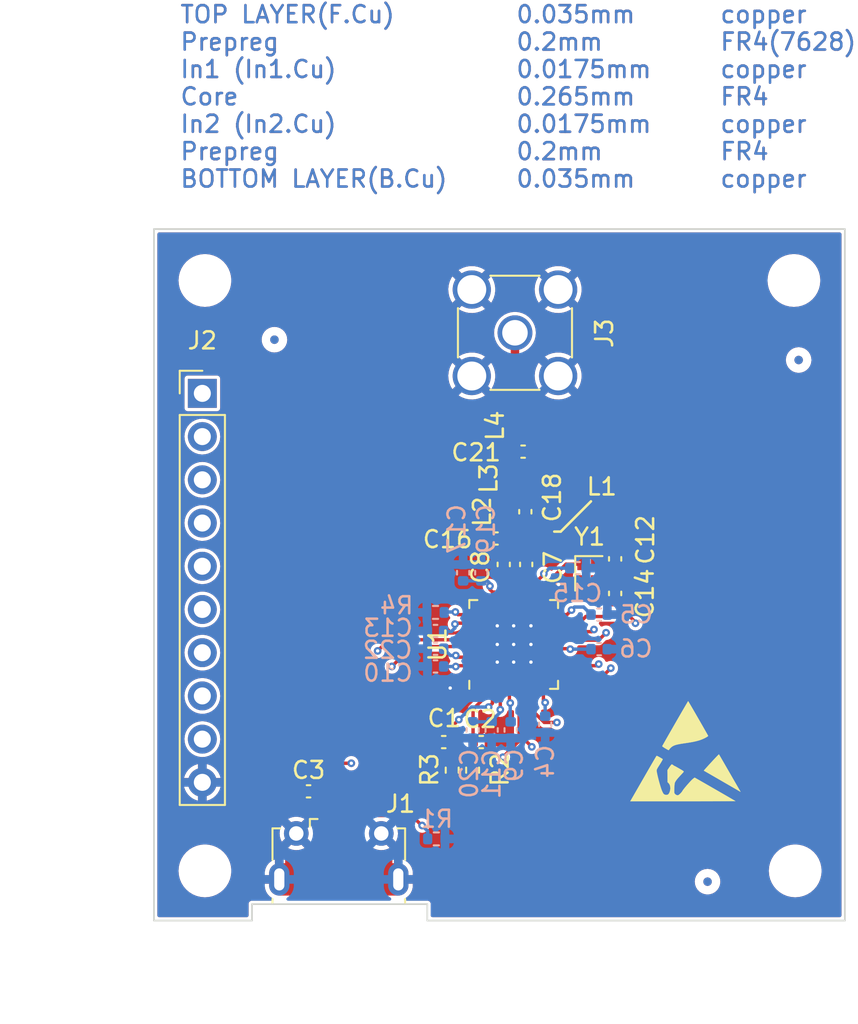
<source format=kicad_pcb>
(kicad_pcb (version 20211014) (generator pcbnew)
  (layers (0 "F.Cu" signal) (1 "In1.Cu" signal) (2 "In2.Cu" signal) (31 "B.Cu" signal) (34 "B.Paste" user) (35 "F.Paste" user) (36 "B.SilkS" user "B.Silkscreen") (37 "F.SilkS" user "F.Silkscreen") (38 "B.Mask" user) (39 "F.Mask" user) (44 "Edge.Cuts" user))
  (net 0 "")
  (net 1 "Net-(C1-Pad1)")
  (net 2 "GND")
  (net 3 "Net-(C2-Pad1)")
  (net 4 "Net-(C3-Pad1)")
  (net 5 "+3V3")
  (net 6 "Net-(C7-Pad1)")
  (net 7 "Net-(C18-Pad1)")
  (net 8 "Net-(C8-Pad1)")
  (net 9 "Net-(C16-Pad1)")
  (net 10 "Net-(C10-Pad1)")
  (net 11 "Net-(C12-Pad1)")
  (net 12 "Net-(C14-Pad1)")
  (net 13 "Net-(C18-Pad2)")
  (net 14 "Net-(C21-Pad1)")
  (net 15 "Net-(J1-Pad2)")
  (net 16 "Net-(J1-Pad3)")
  (net 17 "Net-(J1-Pad4)")
  (net 18 "Net-(J2-Pad1)")
  (net 19 "Net-(J2-Pad2)")
  (net 20 "Net-(J2-Pad3)")
  (net 21 "Net-(J2-Pad4)")
  (net 22 "Net-(J2-Pad5)")
  (net 23 "Net-(J2-Pad6)")
  (net 24 "Net-(J2-Pad7)")
  (net 25 "Net-(J2-Pad8)")
  (net 26 "Net-(J2-Pad9)")
  (net 27 "Net-(J3-Pad1)")
  (net 28 "Net-(R4-Pad1)")
  (footprint "Capacitor_SMD:C_0402_1005Metric" (layer "F.Cu") (at 58.9797 157.4908 90)
    (fp_text reference "C7" (at -0.1778 1.5748 90) (layer "F.SilkS"))
    (fp_text value "18pF")
    (pad "1" smd roundrect locked (at -0.48 0 90) (size 0.56 0.62) (layers "F.Cu" "F.Paste" "F.Mask") (net 6 "Net-(C7-Pad1)"))
    (pad "2" smd roundrect locked (at 0.48 0 90) (size 0.56 0.62) (layers "F.Cu" "F.Paste" "F.Mask") (net 7 "Net-(C18-Pad1)"))
  )
  (footprint "Capacitor_SMD:C_0402_1005Metric" (layer "F.Cu") (at 58.9289 154.392 90)
    (fp_text reference "C18" (at 0.8382 1.5748 90) (layer "F.SilkS"))
    (fp_text value "1pF")
    (pad "1" smd roundrect locked (at -0.48 0 90) (size 0.56 0.62) (layers "F.Cu" "F.Paste" "F.Mask") (net 7 "Net-(C18-Pad1)"))
    (pad "2" smd roundrect locked (at 0.48 0 90) (size 0.56 0.62) (layers "F.Cu" "F.Paste" "F.Mask") (net 13 "Net-(C18-Pad2)"))
  )
  (footprint "MountingHole:MountingHole_2.7mm_M2.5_DIN965" (layer "F.Cu") (at 74.7277 140.803)
    (fp_text reference "H3" hide)
    (fp_text value "MountingHole" hide)
    (pad "" np_thru_hole circle locked (at 0 0) (size 2.7 2.7) (drill 2.7) (layers *.Cu *.Mask))
  )
  (footprint "Capacitor_SMD:C_0402_1005Metric" (layer "F.Cu") (at 46.1781 170.8258 180)
    (fp_text reference "C3" (at 0 1.2446) (layer "F.SilkS"))
    (fp_text value "1uF")
    (pad "1" smd roundrect locked (at -0.48 0 180) (size 0.56 0.62) (layers "F.Cu" "F.Paste" "F.Mask") (net 4 "Net-(C3-Pad1)"))
    (pad "2" smd roundrect locked (at 0.48 0 180) (size 0.56 0.62) (layers "F.Cu" "F.Paste" "F.Mask") (net 2 "GND"))
  )
  (footprint "Capacitor_SMD:C_0402_1005Metric" (layer "F.Cu") (at 57.2017 155.9668 180)
    (fp_text reference "C16" (at 2.8448 -0.0508) (layer "F.SilkS"))
    (fp_text value "1pF")
    (pad "1" smd roundrect locked (at -0.48 0 180) (size 0.56 0.62) (layers "F.Cu" "F.Paste" "F.Mask") (net 9 "Net-(C16-Pad1)"))
    (pad "2" smd roundrect locked (at 0.48 0 180) (size 0.56 0.62) (layers "F.Cu" "F.Paste" "F.Mask") (net 2 "GND"))
  )
  (footprint "Capacitor_SMD:C_0402_1005Metric" (layer "F.Cu") (at 54.1283 167.9302 180)
    (fp_text reference "C1" (at -0.0254 1.397) (layer "F.SilkS"))
    (fp_text value "47pF")
    (pad "1" smd roundrect locked (at -0.48 0 180) (size 0.56 0.62) (layers "F.Cu" "F.Paste" "F.Mask") (net 1 "Net-(C1-Pad1)"))
    (pad "2" smd roundrect locked (at 0.48 0 180) (size 0.56 0.62) (layers "F.Cu" "F.Paste" "F.Mask") (net 2 "GND"))
  )
  (footprint "Resistor_SMD:R_0402_1005Metric" (layer "F.Cu") (at 54.6269 169.5812 90)
    (fp_text reference "R3" (at 0.0254 -1.3368 90) (layer "F.SilkS"))
    (fp_text value "33R")
    (pad "1" smd roundrect locked (at -0.51 0 90) (size 0.54 0.64) (layers "F.Cu" "F.Paste" "F.Mask") (net 15 "Net-(J1-Pad2)"))
    (pad "2" smd roundrect locked (at 0.51 0 90) (size 0.54 0.64) (layers "F.Cu" "F.Paste" "F.Mask") (net 1 "Net-(C1-Pad1)"))
  )
  (footprint "Resistor_SMD:R_0402_1005Metric" (layer "F.Cu") (at 55.8275 169.5812 90)
    (fp_text reference "R2" (at 0.0254 1.6028 90) (layer "F.SilkS"))
    (fp_text value "33R")
    (pad "1" smd roundrect locked (at -0.51 0 90) (size 0.54 0.64) (layers "F.Cu" "F.Paste" "F.Mask") (net 16 "Net-(J1-Pad3)"))
    (pad "2" smd roundrect locked (at 0.51 0 90) (size 0.54 0.64) (layers "F.Cu" "F.Paste" "F.Mask") (net 3 "Net-(C2-Pad1)"))
  )
  (footprint "Inductor_SMD:L_0402_1005Metric" (layer "F.Cu") (at 58.3193 152.3854 90)
    (fp_text reference "L3" (at -0.0508 -1.5494 90) (layer "F.SilkS"))
    (fp_text value "1nH")
    (pad "1" smd roundrect locked (at -0.485 0 90) (size 0.59 0.64) (layers "F.Cu" "F.Paste" "F.Mask") (net 13 "Net-(C18-Pad2)"))
    (pad "2" smd roundrect locked (at 0.485 0 90) (size 0.59 0.64) (layers "F.Cu" "F.Paste" "F.Mask") (net 14 "Net-(C21-Pad1)"))
  )
  (footprint "Fiducial:Fiducial_0.5mm_Mask1.5mm" (layer "F.Cu") (at 75.0071 145.4766)
    (fp_text reference "FID1" hide)
    (fp_text value "Fiducial" hide)
    (pad "" smd circle locked (at 0 0) (size 0.5 0.5) (layers "F.Cu" "F.Mask") (clearance 0.5))
  )
  (footprint "Package_DFN_QFN:QFN-32-1EP_5x5mm_P0.5mm_EP3.45x3.45mm" (layer "F.Cu") (at 58.2431 162.1924 90)
    (fp_text reference "U1" (at 0.0026 -4.4704 90) (layer "F.SilkS"))
    (fp_text value "CC2544")
    (pad "1" smd roundrect locked (at -2.4375 -1.75 90) (size 0.875 0.25) (layers "F.Cu" "F.Paste" "F.Mask") (net 3 "Net-(C2-Pad1)"))
    (pad "2" smd roundrect locked (at -2.4375 -1.25 90) (size 0.875 0.25) (layers "F.Cu" "F.Paste" "F.Mask") (net 1 "Net-(C1-Pad1)"))
    (pad "3" smd roundrect locked (at -2.4375 -0.75 90) (size 0.875 0.25) (layers "F.Cu" "F.Paste" "F.Mask") (net 5 "+3V3"))
    (pad "4" smd roundrect locked (at -2.4375 -0.25 90) (size 0.875 0.25) (layers "F.Cu" "F.Paste" "F.Mask") (net 5 "+3V3"))
    (pad "5" smd roundrect locked (at -2.4375 0.25 90) (size 0.875 0.25) (layers "F.Cu" "F.Paste" "F.Mask") (net 4 "Net-(C3-Pad1)"))
    (pad "6" smd roundrect locked (at -2.4375 0.75 90) (size 0.875 0.25) (layers "F.Cu" "F.Paste" "F.Mask") (net 22 "Net-(J2-Pad5)"))
    (pad "7" smd roundrect locked (at -2.4375 1.25 90) (size 0.875 0.25) (layers "F.Cu" "F.Paste" "F.Mask") (net 23 "Net-(J2-Pad6)"))
    (pad "8" smd roundrect locked (at -2.4375 1.75 90) (size 0.875 0.25) (layers "F.Cu" "F.Paste" "F.Mask") (net 5 "+3V3"))
    (pad "9" smd roundrect locked (at -1.75 2.4375 90) (size 0.25 0.875) (layers "F.Cu" "F.Paste" "F.Mask") (net 18 "Net-(J2-Pad1)"))
    (pad "10" smd roundrect locked (at -1.25 2.4375 90) (size 0.25 0.875) (layers "F.Cu" "F.Paste" "F.Mask") (net 19 "Net-(J2-Pad2)"))
    (pad "11" smd roundrect locked (at -0.75 2.4375 90) (size 0.25 0.875) (layers "F.Cu" "F.Paste" "F.Mask") (net 2 "GND"))
    (pad "12" smd roundrect locked (at -0.25 2.4375 90) (size 0.25 0.875) (layers "F.Cu" "F.Paste" "F.Mask") (net 5 "+3V3"))
    (pad "13" smd roundrect locked (at 0.25 2.4375 90) (size 0.25 0.875) (layers "F.Cu" "F.Paste" "F.Mask") (net 20 "Net-(J2-Pad3)"))
    (pad "14" smd roundrect locked (at 0.75 2.4375 90) (size 0.25 0.875) (layers "F.Cu" "F.Paste" "F.Mask") (net 21 "Net-(J2-Pad4)"))
    (pad "15" smd roundrect locked (at 1.25 2.4375 90) (size 0.25 0.875) (layers "F.Cu" "F.Paste" "F.Mask") (net 26 "Net-(J2-Pad9)"))
    (pad "16" smd roundrect locked (at 1.75 2.4375 90) (size 0.25 0.875) (layers "F.Cu" "F.Paste" "F.Mask") (net 5 "+3V3"))
    (pad "17" smd roundrect locked (at 2.4375 1.75 90) (size 0.875 0.25) (layers "F.Cu" "F.Paste" "F.Mask") (net 12 "Net-(C14-Pad1)"))
    (pad "18" smd roundrect locked (at 2.4375 1.25 90) (size 0.875 0.25) (layers "F.Cu" "F.Paste" "F.Mask") (net 11 "Net-(C12-Pad1)"))
    (pad "19" smd roundrect locked (at 2.4375 0.75 90) (size 0.875 0.25) (layers "F.Cu" "F.Paste" "F.Mask") (net 5 "+3V3"))
    (pad "20" smd roundrect locked (at 2.4375 0.25 90) (size 0.875 0.25) (layers "F.Cu" "F.Paste" "F.Mask") (net 6 "Net-(C7-Pad1)"))
    (pad "21" smd roundrect locked (at 2.4375 -0.25 90) (size 0.875 0.25) (layers "F.Cu" "F.Paste" "F.Mask") (net 8 "Net-(C8-Pad1)"))
    (pad "22" smd roundrect locked (at 2.4375 -0.75 90) (size 0.875 0.25) (layers "F.Cu" "F.Paste" "F.Mask") (net 5 "+3V3"))
    (pad "23" smd roundrect locked (at 2.4375 -1.25 90) (size 0.875 0.25) (layers "F.Cu" "F.Paste" "F.Mask") (net 5 "+3V3"))
    (pad "24" smd roundrect locked (at 2.4375 -1.75 90) (size 0.875 0.25) (layers "F.Cu" "F.Paste" "F.Mask") (net 5 "+3V3"))
    (pad "25" smd roundrect locked (at 1.75 -2.4375 90) (size 0.25 0.875) (layers "F.Cu" "F.Paste" "F.Mask") (net 28 "Net-(R4-Pad1)"))
    (pad "26" smd roundrect locked (at 1.25 -2.4375 90) (size 0.25 0.875) (layers "F.Cu" "F.Paste" "F.Mask") (net 5 "+3V3"))
    (pad "27" smd roundrect locked (at 0.75 -2.4375 90) (size 0.25 0.875) (layers "F.Cu" "F.Paste" "F.Mask") (net 2 "GND"))
    (pad "28" smd roundrect locked (at 0.25 -2.4375 90) (size 0.25 0.875) (layers "F.Cu" "F.Paste" "F.Mask") (net 24 "Net-(J2-Pad7)"))
    (pad "29" smd roundrect locked (at -0.25 -2.4375 90) (size 0.25 0.875) (layers "F.Cu" "F.Paste" "F.Mask") (net 25 "Net-(J2-Pad8)"))
    (pad "30" smd roundrect locked (at -0.75 -2.4375 90) (size 0.25 0.875) (layers "F.Cu" "F.Paste" "F.Mask") (net 5 "+3V3"))
    (pad "31" smd roundrect locked (at -1.25 -2.4375 90) (size 0.25 0.875) (layers "F.Cu" "F.Paste" "F.Mask") (net 10 "Net-(C10-Pad1)"))
    (pad "32" smd roundrect locked (at -1.75 -2.4375 90) (size 0.25 0.875) (layers "F.Cu" "F.Paste" "F.Mask") (net 2 "GND"))
    (pad "33" smd rect locked (at 0 0 90) (size 3.45 3.45) (layers "F.Cu" "F.Mask") (net 2 "GND"))
  )
  (footprint "MountingHole:MountingHole_2.7mm_M2.5_DIN965" (layer "F.Cu") (at 40.0821 175.4994)
    (fp_text reference "H2" hide)
    (fp_text value "MountingHole" hide)
    (pad "" np_thru_hole circle locked (at 0 0) (size 2.7 2.7) (drill 2.7) (layers *.Cu *.Mask))
  )
  (footprint "Fiducial:Fiducial_0.5mm_Mask1.5mm" (layer "F.Cu") (at 44.1715 144.2828)
    (fp_text reference "FID2" hide)
    (fp_text value "Fiducial" hide)
    (pad "" smd circle locked (at 0 0) (size 0.5 0.5) (layers "F.Cu" "F.Mask") (clearance 0.5))
  )
  (footprint "Fiducial:Fiducial_0.5mm_Mask1.5mm" (layer "F.Cu") (at 69.6477 176.1344)
    (fp_text reference "FID3" hide)
    (fp_text value "Fiducial" hide)
    (pad "" smd circle locked (at 0 0) (size 0.5 0.5) (layers "F.Cu" "F.Mask") (clearance 0.5))
  )
  (footprint "Capacitor_SMD:C_0402_1005Metric" (layer "F.Cu") (at 64.2121 159.1952 90)
    (fp_text reference "C14" (at 0.0026 1.7526 90) (layer "F.SilkS"))
    (fp_text value "12pF")
    (pad "1" smd roundrect locked (at -0.48 0 90) (size 0.56 0.62) (layers "F.Cu" "F.Paste" "F.Mask") (net 12 "Net-(C14-Pad1)"))
    (pad "2" smd roundrect locked (at 0.48 0 90) (size 0.56 0.62) (layers "F.Cu" "F.Paste" "F.Mask") (net 2 "GND"))
  )
  (footprint "Connector_USB:USB_Micro-B_Molex-105017-0001" (layer "F.Cu") (at 47.9561 174.7628)
    (fp_text reference "J1" (at 3.6322 -3.2004) (layer "F.SilkS"))
    (fp_text value "USB_B_Mini")
    (pad "1" smd rect locked (at -1.3 -1.4625) (size 0.4 1.35) (layers "F.Cu" "F.Paste" "F.Mask") (net 4 "Net-(C3-Pad1)"))
    (pad "2" smd rect locked (at -0.65 -1.4625) (size 0.4 1.35) (layers "F.Cu" "F.Paste" "F.Mask") (net 15 "Net-(J1-Pad2)"))
    (pad "3" smd rect locked (at 0 -1.4625) (size 0.4 1.35) (layers "F.Cu" "F.Paste" "F.Mask") (net 16 "Net-(J1-Pad3)"))
    (pad "4" smd rect locked (at 0.65 -1.4625) (size 0.4 1.35) (layers "F.Cu" "F.Paste" "F.Mask") (net 17 "Net-(J1-Pad4)"))
    (pad "5" smd rect locked (at 1.3 -1.4625) (size 0.4 1.35) (layers "F.Cu" "F.Paste" "F.Mask") (net 2 "GND"))
    (pad "6" thru_hole circle locked (at 2.5 -1.4625) (size 1.45 1.45) (drill 0.85) (layers *.Cu *.Mask) (net 2 "GND"))
    (pad "6" smd rect locked (at -1 1.2375) (size 1.5 1.9) (layers "F.Cu" "F.Paste" "F.Mask") (net 2 "GND"))
    (pad "6" smd rect locked (at -2.9 1.2375) (size 1.2 1.9) (layers "F.Cu" "F.Mask") (net 2 "GND"))
    (pad "6" smd rect locked (at 2.9 1.2375) (size 1.2 1.9) (layers "F.Cu" "F.Mask") (net 2 "GND"))
    (pad "6" smd rect locked (at 1 1.2375) (size 1.5 1.9) (layers "F.Cu" "F.Paste" "F.Mask") (net 2 "GND"))
    (pad "6" thru_hole oval locked (at 3.5 1.2375) (size 1.2 1.9) (drill oval 0.6 1.3) (layers *.Cu *.Mask) (net 2 "GND"))
    (pad "6" thru_hole oval locked (at -3.5 1.2375 180) (size 1.2 1.9) (drill oval 0.6 1.3) (layers *.Cu *.Mask) (net 2 "GND"))
    (pad "6" thru_hole circle locked (at -2.5 -1.4625) (size 1.45 1.45) (drill 0.85) (layers *.Cu *.Mask) (net 2 "GND"))
  )
  (footprint "Capacitor_SMD:C_0402_1005Metric" (layer "F.Cu") (at 64.2121 157.1632 -90)
    (fp_text reference "C12" (at -1.1202 -1.778 90) (layer "F.SilkS"))
    (fp_text value "12pF")
    (pad "1" smd roundrect locked (at -0.48 0 270) (size 0.56 0.62) (layers "F.Cu" "F.Paste" "F.Mask") (net 11 "Net-(C12-Pad1)"))
    (pad "2" smd roundrect locked (at 0.48 0 270) (size 0.56 0.62) (layers "F.Cu" "F.Paste" "F.Mask") (net 2 "GND"))
  )
  (footprint "Capacitor_SMD:C_0402_1005Metric" (layer "F.Cu") (at 56.3355 167.9302)
    (fp_text reference "C2" (at -0.0736 -1.3462) (layer "F.SilkS"))
    (fp_text value "47pF")
    (pad "1" smd roundrect locked (at -0.48 0) (size 0.56 0.62) (layers "F.Cu" "F.Paste" "F.Mask") (net 3 "Net-(C2-Pad1)"))
    (pad "2" smd roundrect locked (at 0.48 0) (size 0.56 0.62) (layers "F.Cu" "F.Paste" "F.Mask") (net 2 "GND"))
  )
  (footprint "Inductor_SMD:L_0402_1005Metric" (layer "F.Cu") (at 58.3193 149.3374 90)
    (fp_text reference "L4" (at 0 -1.17 90) (layer "F.SilkS"))
    (fp_text value "3nH")
    (pad "1" smd roundrect locked (at -0.485 0 90) (size 0.59 0.64) (layers "F.Cu" "F.Paste" "F.Mask") (net 14 "Net-(C21-Pad1)"))
    (pad "2" smd roundrect locked (at 0.485 0 90) (size 0.59 0.64) (layers "F.Cu" "F.Paste" "F.Mask") (net 27 "Net-(J3-Pad1)"))
  )
  (footprint "MountingHole:MountingHole_2.7mm_M2.5_DIN965" (layer "F.Cu") (at 74.8039 175.4994)
    (fp_text reference "H1" hide)
    (fp_text value "MountingHole" hide)
    (pad "" np_thru_hole circle locked (at 0 0) (size 2.7 2.7) (drill 2.7) (layers *.Cu *.Mask))
  )
  (footprint "Crystal:Crystal_SMD_1612-4Pin_1.6x1.2mm" (layer "F.Cu") (at 62.6881 157.976 -90)
    (fp_text reference "Y1" (at -2.1108 -0.0254 unlocked) (layer "F.SilkS"))
    (fp_text value "32.000MHz")
    (pad "1" smd rect (at -0.5 0.4 270) (size 0.7 0.6) (layers "F.Cu" "F.Paste" "F.Mask") (net 11 "Net-(C12-Pad1)"))
    (pad "2" smd rect (at 0.5 0.4 270) (size 0.7 0.6) (layers "F.Cu" "F.Paste" "F.Mask") (net 2 "GND"))
    (pad "3" smd rect (at 0.5 -0.4 270) (size 0.7 0.6) (layers "F.Cu" "F.Paste" "F.Mask") (net 12 "Net-(C14-Pad1)"))
    (pad "4" smd rect (at -0.5 -0.4 270) (size 0.7 0.6) (layers "F.Cu" "F.Paste" "F.Mask") (net 2 "GND"))
  )
  (footprint "Connector_PinHeader_2.54mm:PinHeader_1x10_P2.54mm_Vertical" (layer "F.Cu") (at 39.9297 147.4374)
    (fp_text reference "J2" (at 0 -3.1038) (layer "F.SilkS"))
    (fp_text value "Conn_01x10_Male")
    (pad "1" thru_hole rect locked (at 0 0) (size 1.7 1.7) (drill 1) (layers *.Cu *.Mask) (net 18 "Net-(J2-Pad1)"))
    (pad "2" thru_hole oval locked (at 0 2.54) (size 1.7 1.7) (drill 1) (layers *.Cu *.Mask) (net 19 "Net-(J2-Pad2)"))
    (pad "3" thru_hole oval locked (at 0 5.08) (size 1.7 1.7) (drill 1) (layers *.Cu *.Mask) (net 20 "Net-(J2-Pad3)"))
    (pad "4" thru_hole oval locked (at 0 7.62) (size 1.7 1.7) (drill 1) (layers *.Cu *.Mask) (net 21 "Net-(J2-Pad4)"))
    (pad "5" thru_hole oval locked (at 0 10.16) (size 1.7 1.7) (drill 1) (layers *.Cu *.Mask) (net 22 "Net-(J2-Pad5)"))
    (pad "6" thru_hole oval locked (at 0 12.7) (size 1.7 1.7) (drill 1) (layers *.Cu *.Mask) (net 23 "Net-(J2-Pad6)"))
    (pad "7" thru_hole oval locked (at 0 15.24) (size 1.7 1.7) (drill 1) (layers *.Cu *.Mask) (net 24 "Net-(J2-Pad7)"))
    (pad "8" thru_hole oval locked (at 0 17.78) (size 1.7 1.7) (drill 1) (layers *.Cu *.Mask) (net 25 "Net-(J2-Pad8)"))
    (pad "9" thru_hole oval locked (at 0 20.32) (size 1.7 1.7) (drill 1) (layers *.Cu *.Mask) (net 26 "Net-(J2-Pad9)"))
    (pad "10" thru_hole oval locked (at 0 22.86) (size 1.7 1.7) (drill 1) (layers *.Cu *.Mask) (net 2 "GND"))
  )
  (footprint "MountingHole:MountingHole_2.7mm_M2.5_DIN965" (layer "F.Cu") (at 40.0821 140.803)
    (fp_text reference "H4" hide)
    (fp_text value "MountingHole" hide)
    (pad "" np_thru_hole circle locked (at 0 0) (size 2.7 2.7) (drill 2.7) (layers *.Cu *.Mask))
  )
  (footprint "Connector_Coaxial:SMA_Amphenol_132134-11_Vertical" (layer "F.Cu") (at 58.3193 143.8764)
    (fp_text reference "J3" (at 5.2578 0.0254 270) (layer "F.SilkS"))
    (fp_text value "Atenna")
    (pad "1" thru_hole circle locked (at 0 0) (size 2.05 2.05) (drill 1.5) (layers *.Cu *.Mask) (net 27 "Net-(J3-Pad1)"))
    (pad "2" thru_hole circle locked (at -2.54 2.54) (size 2.25 2.25) (drill 1.7) (layers *.Cu *.Mask) (net 2 "GND"))
    (pad "2" thru_hole circle locked (at 2.54 2.54) (size 2.25 2.25) (drill 1.7) (layers *.Cu *.Mask) (net 2 "GND"))
    (pad "2" thru_hole circle locked (at -2.54 -2.54) (size 2.25 2.25) (drill 1.7) (layers *.Cu *.Mask) (net 2 "GND"))
    (pad "2" thru_hole circle locked (at 2.54 -2.54) (size 2.25 2.25) (drill 1.7) (layers *.Cu *.Mask) (net 2 "GND"))
  )
  (footprint "Inductor_SMD:L_0402_1005Metric" (layer "F.Cu") (at 57.7097 154.392 90)
    (fp_text reference "L2" (at 0 -1.3208 90) (layer "F.SilkS"))
    (fp_text value "2nH")
    (pad "1" smd roundrect locked (at -0.485 0 90) (size 0.59 0.64) (layers "F.Cu" "F.Paste" "F.Mask") (net 9 "Net-(C16-Pad1)"))
    (pad "2" smd roundrect locked (at 0.485 0 90) (size 0.59 0.64) (layers "F.Cu" "F.Paste" "F.Mask") (net 13 "Net-(C18-Pad2)"))
  )
  (footprint "Capacitor_SMD:C_0402_1005Metric" (layer "F.Cu") (at 58.7993 150.8614)
    (fp_text reference "C21" (at -2.766 0.0508) (layer "F.SilkS"))
    (fp_text value "1pF")
    (pad "1" smd roundrect locked (at -0.48 0) (size 0.56 0.62) (layers "F.Cu" "F.Paste" "F.Mask") (net 14 "Net-(C21-Pad1)"))
    (pad "2" smd roundrect locked (at 0.48 0) (size 0.56 0.62) (layers "F.Cu" "F.Paste" "F.Mask") (net 2 "GND"))
  )
  (footprint "Inductor_SMD:L_0402_1005Metric" (layer "F.Cu") (at 59.4369 155.9668)
    (fp_text reference "L1" (at 3.9878 -3.048) (layer "F.SilkS"))
    (fp_text value "2nH")
    (pad "1" smd roundrect locked (at -0.485 0) (size 0.59 0.64) (layers "F.Cu" "F.Paste" "F.Mask") (net 7 "Net-(C18-Pad1)"))
    (pad "2" smd roundrect locked (at 0.485 0) (size 0.59 0.64) (layers "F.Cu" "F.Paste" "F.Mask") (net 2 "GND"))
  )
  (footprint "Capacitor_SMD:C_0402_1005Metric" (layer "F.Cu") (at 57.6589 157.4908 90)
    (fp_text reference "C8" (at -0.1524 -1.3716 90) (layer "F.SilkS"))
    (fp_text value "18pF")
    (pad "1" smd roundrect locked (at -0.48 0 90) (size 0.56 0.62) (layers "F.Cu" "F.Paste" "F.Mask") (net 8 "Net-(C8-Pad1)"))
    (pad "2" smd roundrect locked (at 0.48 0 90) (size 0.56 0.62) (layers "F.Cu" "F.Paste" "F.Mask") (net 9 "Net-(C16-Pad1)"))
  )
  (footprint "Symbol:ESD-Logo_6.6x6mm_SilkScreen" (layer "F.Cu") (at 68.3514 168.4528)
    (fp_text reference "REF**" hide)
    (fp_text value "ESD-Logo_6.6x6mm_SilkScreen" hide)
  )
  (footprint "Fiducial:Fiducial_0.5mm_Mask1.5mm" (layer "B.Cu") (at 69.6477 176.1344 180)
    (fp_text reference "FID6" hide)
    (fp_text value "Fiducial" hide)
    (pad "" smd circle locked (at 0 0 180) (size 0.5 0.5) (layers "B.Cu" "B.Mask") (clearance 0.5))
  )
  (footprint "Capacitor_SMD:C_0402_1005Metric" (layer "B.Cu") (at 60.0964 166.8888 -90)
    (fp_text reference "C4" (at 2.1844 0 90) (layer "B.SilkS") (effects (justify mirror)))
    (fp_text value "100nF")
    (pad "1" smd roundrect locked (at -0.48 0 270) (size 0.56 0.62) (layers "B.Cu" "B.Paste" "B.Mask") (net 5 "+3V3"))
    (pad "2" smd roundrect locked (at 0.48 0 270) (size 0.56 0.62) (layers "B.Cu" "B.Paste" "B.Mask") (net 2 "GND"))
  )
  (footprint "Capacitor_SMD:C_0402_1005Metric" (layer "B.Cu") (at 55.8301 167.219 -90)
    (fp_text reference "C20" (at 2.5654 0.2032 90) (layer "B.SilkS") (effects (justify mirror)))
    (fp_text value "100nF")
    (pad "1" smd roundrect locked (at -0.48 0 270) (size 0.56 0.62) (layers "B.Cu" "B.Paste" "B.Mask") (net 5 "+3V3"))
    (pad "2" smd roundrect locked (at 0.48 0 270) (size 0.56 0.62) (layers "B.Cu" "B.Paste" "B.Mask") (net 2 "GND"))
  )
  (footprint "Capacitor_SMD:C_0402_1005Metric" (layer "B.Cu") (at 63.2723 162.4692)
    (fp_text reference "C6" (at 2.159 -0.0254) (layer "B.SilkS") (effects (justify mirror)))
    (fp_text value "100nF")
    (pad "1" smd roundrect locked (at -0.48 0) (size 0.56 0.62) (layers "B.Cu" "B.Paste" "B.Mask") (net 5 "+3V3"))
    (pad "2" smd roundrect locked (at 0.48 0) (size 0.56 0.62) (layers "B.Cu" "B.Paste" "B.Mask") (net 2 "GND"))
  )
  (footprint "Fiducial:Fiducial_0.5mm_Mask1.5mm" (layer "B.Cu") (at 75.0071 145.4766 180)
    (fp_text reference "FID4" hide)
    (fp_text value "Fiducial" hide)
    (pad "" smd circle locked (at 0 0 180) (size 0.5 0.5) (layers "B.Cu" "B.Mask") (clearance 0.5))
  )
  (footprint "Capacitor_SMD:C_0402_1005Metric" (layer "B.Cu") (at 63.2723 160.4372)
    (fp_text reference "C5" (at 2.1844 0) (layer "B.SilkS") (effects (justify mirror)))
    (fp_text value "100nF")
    (pad "1" smd roundrect locked (at -0.48 0) (size 0.56 0.62) (layers "B.Cu" "B.Paste" "B.Mask") (net 5 "+3V3"))
    (pad "2" smd roundrect locked (at 0.48 0) (size 0.56 0.62) (layers "B.Cu" "B.Paste" "B.Mask") (net 2 "GND"))
  )
  (footprint "Resistor_SMD:R_0402_1005Metric" (layer "B.Cu") (at 53.6945 173.6198 180)
    (fp_text reference "R1" (at 0 1.17) (layer "B.SilkS") (effects (justify mirror)))
    (fp_text value "DNP")
    (pad "1" smd roundrect locked (at -0.51 0 180) (size 0.54 0.64) (layers "B.Cu" "B.Paste" "B.Mask") (net 2 "GND"))
    (pad "2" smd roundrect locked (at 0.51 0 180) (size 0.54 0.64) (layers "B.Cu" "B.Paste" "B.Mask") (net 17 "Net-(J1-Pad4)"))
  )
  (footprint "Capacitor_SMD:C_0402_1005Metric" (layer "B.Cu") (at 62.0268 157.7086)
    (fp_text reference "C15" (at -0.0254 1.4732) (layer "B.SilkS") (effects (justify mirror)))
    (fp_text value "100nF")
    (pad "1" smd roundrect locked (at -0.48 0) (size 0.56 0.62) (layers "B.Cu" "B.Paste" "B.Mask") (net 5 "+3V3"))
    (pad "2" smd roundrect locked (at 0.48 0) (size 0.56 0.62) (layers "B.Cu" "B.Paste" "B.Mask") (net 2 "GND"))
  )
  (footprint "Resistor_SMD:R_0402_1005Metric" (layer "B.Cu") (at 53.6457 160.3102 180)
    (fp_text reference "R4" (at 2.286 0.4064) (layer "B.SilkS") (effects (justify mirror)))
    (fp_text value "56K")
    (pad "1" smd roundrect locked (at -0.51 0 180) (size 0.54 0.64) (layers "B.Cu" "B.Paste" "B.Mask") (net 28 "Net-(R4-Pad1)"))
    (pad "2" smd roundrect locked (at 0.51 0 180) (size 0.54 0.64) (layers "B.Cu" "B.Paste" "B.Mask") (net 2 "GND"))
  )
  (footprint "Capacitor_SMD:C_0402_1005Metric" (layer "B.Cu") (at 53.6457 162.4438 180)
    (fp_text reference "C22" (at 2.8194 -0.0762) (layer "B.SilkS") (effects (justify mirror)))
    (fp_text value "220pF")
    (pad "1" smd roundrect locked (at -0.48 0 180) (size 0.56 0.62) (layers "B.Cu" "B.Paste" "B.Mask") (net 5 "+3V3"))
    (pad "2" smd roundrect locked (at 0.48 0 180) (size 0.56 0.62) (layers "B.Cu" "B.Paste" "B.Mask") (net 2 "GND"))
  )
  (footprint "Capacitor_SMD:C_0402_1005Metric" (layer "B.Cu") (at 56.9477 167.219 -90)
    (fp_text reference "C11" (at 2.5908 0 90) (layer "B.SilkS") (effects (justify mirror)))
    (fp_text value "100nF")
    (pad "1" smd roundrect locked (at -0.48 0 270) (size 0.56 0.62) (layers "B.Cu" "B.Paste" "B.Mask") (net 5 "+3V3"))
    (pad "2" smd roundrect locked (at 0.48 0 270) (size 0.56 0.62) (layers "B.Cu" "B.Paste" "B.Mask") (net 2 "GND"))
  )
  (footprint "Capacitor_SMD:C_0402_1005Metric" (layer "B.Cu") (at 55.2713 157.976 90)
    (fp_text reference "C17" (at 2.568 -0.381 90) (layer "B.SilkS") (effects (justify mirror)))
    (fp_text value "100nF")
    (pad "1" smd roundrect locked (at -0.48 0 90) (size 0.56 0.62) (layers "B.Cu" "B.Paste" "B.Mask") (net 5 "+3V3"))
    (pad "2" smd roundrect locked (at 0.48 0 90) (size 0.56 0.62) (layers "B.Cu" "B.Paste" "B.Mask") (net 2 "GND"))
  )
  (footprint "Capacitor_SMD:C_0402_1005Metric" (layer "B.Cu") (at 53.6457 161.4024 180)
    (fp_text reference "C13" (at 2.794 0.1778) (layer "B.SilkS") (effects (justify mirror)))
    (fp_text value "100nF")
    (pad "1" smd roundrect locked (at -0.48 0 180) (size 0.56 0.62) (layers "B.Cu" "B.Paste" "B.Mask") (net 5 "+3V3"))
    (pad "2" smd roundrect locked (at 0.48 0 180) (size 0.56 0.62) (layers "B.Cu" "B.Paste" "B.Mask") (net 2 "GND"))
  )
  (footprint "Capacitor_SMD:C_0402_1005Metric" (layer "B.Cu") (at 56.3381 157.976 90)
    (fp_text reference "C19" (at 2.568 0.2794 90) (layer "B.SilkS") (effects (justify mirror)))
    (fp_text value "100nF")
    (pad "1" smd roundrect locked (at -0.48 0 90) (size 0.56 0.62) (layers "B.Cu" "B.Paste" "B.Mask") (net 5 "+3V3"))
    (pad "2" smd roundrect locked (at 0.48 0 90) (size 0.56 0.62) (layers "B.Cu" "B.Paste" "B.Mask") (net 2 "GND"))
  )
  (footprint "Fiducial:Fiducial_0.5mm_Mask1.5mm" (layer "B.Cu") (at 44.1715 144.2828 180)
    (fp_text reference "FID5" hide)
    (fp_text value "Fiducial" hide)
    (pad "" smd circle locked (at 0 0 180) (size 0.5 0.5) (layers "B.Cu" "B.Mask") (clearance 0.5))
  )
  (footprint "Capacitor_SMD:C_0402_1005Metric" (layer "B.Cu") (at 53.6457 163.4852 180)
    (fp_text reference "C10" (at 2.794 -0.381) (layer "B.SilkS") (effects (justify mirror)))
    (fp_text value "1uF")
    (pad "1" smd roundrect locked (at -0.48 0 180) (size 0.56 0.62) (layers "B.Cu" "B.Paste" "B.Mask") (net 10 "Net-(C10-Pad1)"))
    (pad "2" smd roundrect locked (at 0.48 0 180) (size 0.56 0.62) (layers "B.Cu" "B.Paste" "B.Mask") (net 2 "GND"))
  )
  (footprint "Capacitor_SMD:C_0402_1005Metric" (layer "B.Cu") (at 58.0653 167.219 -90)
    (fp_text reference "C9" (at 2.0828 -0.2032 90) (layer "B.SilkS") (effects (justify mirror)))
    (fp_text value "1uF")
    (pad "1" smd roundrect locked (at -0.48 0 270) (size 0.56 0.62) (layers "B.Cu" "B.Paste" "B.Mask") (net 5 "+3V3"))
    (pad "2" smd roundrect locked (at 0.48 0 270) (size 0.56 0.62) (layers "B.Cu" "B.Paste" "B.Mask") (net 2 "GND"))
  )
  (gr_line (start 61.0117 155.5604) (end 60.6307 155.5604) (layer "F.SilkS") (width 0.15))
  (gr_line (start 62.7897 153.7824) (end 61.0117 155.5604) (layer "F.SilkS") (width 0.15))
  (gr_line (start 37.0849 137.7804) (end 37.0849 178.4204) (layer "Edge.Cuts") (width 0.1))
  (gr_line (start 42.8507 178.4204) (end 42.8507 177.4552) (layer "Edge.Cuts") (width 0.1))
  (gr_line (start 53.1631 177.4552) (end 42.8507 177.4552) (layer "Edge.Cuts") (width 0.1))
  (gr_line (start 53.1631 178.4204) (end 77.7249 178.4204) (layer "Edge.Cuts") (width 0.1))
  (gr_line (start 37.0849 178.4204) (end 42.8507 178.4204) (layer "Edge.Cuts") (width 0.1))
  (gr_line (start 53.1631 178.4204) (end 53.1631 177.4552) (layer "Edge.Cuts") (width 0.1))
  (gr_line (start 77.7249 178.4204) (end 77.7249 137.7804) (layer "Edge.Cuts") (width 0.1))
  (gr_line (start 77.7249 137.7804) (end 37.0849 137.7804) (layer "Edge.Cuts") (width 0.1))
  (gr_text "TOP LAYER(F.Cu)		0.035mm		copper\nPrepreg  			0.2mm		FR4(7628)\nIn1 (In1.Cu)		0.0175mm	copper\nCore				0.265mm		FR4\nIn2 (In2.Cu)		0.0175mm	copper\nPrepreg  			0.2mm		FR4\nBOTTOM LAYER(B.Cu)	0.035mm		copper" (at 38.5572 129.9972) (layer "F.Cu") (effects (font (size 1 1)) (justify left)))
  (gr_text "TOP LAYER(F.Cu)		0.035mm		copper\nPrepreg  			0.2mm		FR4(7628)\nIn1 (In1.Cu)		0.0175mm	copper\nCore				0.265mm		FR4\nIn2 (In2.Cu)		0.0175mm	copper\nPrepreg  			0.2mm		FR4\nBOTTOM LAYER(B.Cu)	0.035mm		copper" (at 38.5572 129.9972) (layer "B.Cu") (effects (font (size 1 1)) (justify left)))
  (segment (start 54.6083 167.9302) (end 54.6083 169.0526) (width 0.2) (layer "F.Cu") (net 1))
  (segment (start 56.9931 164.6299) (end 56.9931 165.6496) (width 0.2) (layer "F.Cu") (net 1))
  (segment (start 54.6083 167.0184) (end 54.6083 167.9302) (width 0.2) (layer "F.Cu") (net 1))
  (segment (start 56.9931 165.6496) (end 56.7699 165.8728) (width 0.2) (layer "F.Cu") (net 1))
  (segment (start 55.0173 166.6094) (end 54.6083 167.0184) (width 0.2) (layer "F.Cu") (net 1))
  (via (at 55.0173 166.6094) (size 0.45) (drill 0.2) (layers "F.Cu" "B.Cu") (net 1))
  (via (at 56.7699 165.8728) (size 0.45) (drill 0.2) (layers "F.Cu" "B.Cu") (net 1))
  (segment (start 55.760844 165.8728) (end 56.7699 165.8728) (width 0.2) (layer "B.Cu") (net 1))
  (segment (start 55.0173 166.6094) (end 55.024244 166.6094) (width 0.2) (layer "B.Cu") (net 1))
  (segment (start 55.024244 166.6094) (end 55.760844 165.8728) (width 0.2) (layer "B.Cu") (net 1))
  (segment (start 55.3221 163.9424) (end 54.5093 164.7552) (width 0.2) (layer "F.Cu") (net 2))
  (segment (start 63.5369 157.476) (end 63.7041 157.6432) (width 0.25) (layer "F.Cu") (net 2))
  (segment (start 63.0881 157.476) (end 63.5369 157.476) (width 0.25) (layer "F.Cu") (net 2))
  (segment (start 55.8056 163.9424) (end 55.3221 163.9424) (width 0.2) (layer "F.Cu") (net 2))
  (segment (start 55.8056 161.4424) (end 57.4931 161.4424) (width 0.25) (layer "F.Cu") (net 2))
  (segment (start 63.7041 157.6432) (end 64.2121 157.6432) (width 0.25) (layer "F.Cu") (net 2))
  (segment (start 60.6806 162.9424) (end 58.9931 162.9424) (width 0.25) (layer "F.Cu") (net 2))
  (segment (start 56.243099 163.9424) (end 56.359946 163.825553) (width 0.2) (layer "F.Cu") (net 2))
  (segment (start 46.9561 176.0003) (end 45.0561 176.0003) (width 0.5) (layer "F.Cu") (net 2))
  (segment (start 55.8056 163.9424) (end 56.243099 163.9424) (width 0.2) (layer "F.Cu") (net 2))
  (segment (start 56.359946 163.825553) (end 56.609947 163.825553) (width 0.2) (layer "F.Cu") (net 2))
  (segment (start 48.9561 176.0003) (end 50.8561 176.0003) (width 0.5) (layer "F.Cu") (net 2))
  (segment (start 56.609947 163.825553) (end 58.2431 162.1924) (width 0.2) (layer "F.Cu") (net 2))
  (via (at 60.8838 158.6707) (size 0.45) (drill 0.2) (layers "F.Cu" "B.Cu") (net 2))
  (via (at 59.2591 162.1924) (size 0.45) (drill 0.2) (layers "F.Cu" "B.Cu") (net 2))
  (via (at 59.2591 163.2312) (size 0.45) (drill 0.2) (layers "F.Cu" "B.Cu") (net 2))
  (via (at 57.2779 161.0976) (size 0.45) (drill 0.2) (layers "F.Cu" "B.Cu") (net 2))
  (via (at 57.2779 162.1924) (size 0.45) (drill 0.2) (layers "F.Cu" "B.Cu") (net 2))
  (via (at 58.2431 161.0976) (size 0.45) (drill 0.2) (layers "F.Cu" "B.Cu") (net 2))
  (via (at 58.2431 162.1924) (size 0.45) (drill 0.2) (layers "F.Cu" "B.Cu") (net 2))
  (via (at 57.2779 163.2312) (size 0.45) (drill 0.2) (layers "F.Cu" "B.Cu") (net 2))
  (via (at 58.2431 163.2312) (size 0.45) (drill 0.2) (layers "F.Cu" "B.Cu") (net 2))
  (via (at 59.2591 161.0976) (size 0.45) (drill 0.2) (layers "F.Cu" "B.Cu") (net 2))
  (via (at 54.5093 164.7552) (size 0.45) (drill 0.2) (layers "F.Cu" "B.Cu") (net 2))
  (segment (start 55.8301 169.0686) (end 55.8301 167.9556) (width 0.2) (layer "F.Cu") (net 3))
  (segment (start 56.4931 164.6299) (end 56.4931 165.3622) (width 0.2) (layer "F.Cu") (net 3))
  (segment (start 55.8555 165.9998) (end 55.8555 167.9302) (width 0.2) (layer "F.Cu") (net 3))
  (segment (start 56.4931 165.3622) (end 55.8555 165.9998) (width 0.2) (layer "F.Cu") (net 3))
  (segment (start 58.564811 164.701611) (end 58.4931 164.6299) (width 0.2) (layer "F.Cu") (net 4))
  (segment (start 46.6561 173.3003) (end 46.6561 170.8278) (width 0.2) (layer "F.Cu") (net 4))
  (segment (start 46.6581 170.3458) (end 46.6581 170.8258) (width 0.2) (layer "F.Cu") (net 4))
  (segment (start 58.564811 167.862489) (end 58.564811 164.701611) (width 0.2) (layer "F.Cu") (net 4))
  (segment (start 57.6081 168.8192) (end 58.564811 167.862489) (width 0.2) (layer "F.Cu") (net 4))
  (segment (start 47.8291 169.1748) (end 46.6581 170.3458) (width 0.2) (layer "F.Cu") (net 4))
  (segment (start 48.6927 169.1748) (end 47.8291 169.1748) (width 0.2) (layer "F.Cu") (net 4))
  (via (at 48.6927 169.1748) (size 0.45) (drill 0.2) (layers "F.Cu" "B.Cu") (net 4))
  (via (at 57.6081 168.8192) (size 0.45) (drill 0.2) (layers "F.Cu" "B.Cu") (net 4))
  (segment (start 56.8461 158.7608) (end 56.8461 158.964) (width 0.2) (layer "F.Cu") (net 5))
  (segment (start 55.8056 160.9424) (end 54.8423 160.9424) (width 0.2) (layer "F.Cu") (net 5))
  (segment (start 57.4931 159.7549) (end 56.9931 159.7549) (width 0.2) (layer "F.Cu") (net 5))
  (segment (start 57.4931 164.6299) (end 57.4931 165.1242) (width 0.2) (layer "F.Cu") (net 5))
  (segment (start 60.6806 162.4424) (end 61.5437 162.4424) (width 0.2) (layer "F.Cu") (net 5))
  (segment (start 61.5437 162.4424) (end 61.5705 162.4692) (width 0.2) (layer "F.Cu") (net 5))
  (segment (start 56.9931 159.7549) (end 56.4931 159.7549) (width 0.2) (layer "F.Cu") (net 5))
  (segment (start 59.9931 165.5047) (end 59.9931 164.6299) (width 0.2) (layer "F.Cu") (net 5))
  (segment (start 57.4931 165.1242) (end 57.4557 165.1616) (width 0.2) (layer "F.Cu") (net 5))
  (segment (start 59.9931 165.5047) (end 60.0964 165.608) (width 0.2) (layer "F.Cu") (net 5))
  (segment (start 58.9931 159.7549) (end 58.9931 159.097294) (width 0.2) (layer "F.Cu") (net 5))
  (segment (start 58.9931 159.097294) (end 60.018219 158.072175) (width 0.2) (layer "F.Cu") (net 5))
  (segment (start 56.8461 158.964) (end 56.9985 159.1164) (width 0.2) (layer "F.Cu") (net 5))
  (segment (start 55.8056 162.9424) (end 54.9397 162.9424) (width 0.2) (layer "F.Cu") (net 5))
  (segment (start 57.9931 165.586189) (end 58.040311 165.6334) (width 0.2) (layer "F.Cu") (net 5))
  (segment (start 57.3541 159.1164) (end 57.4931 159.2554) (width 0.2) (layer "F.Cu") (net 5))
  (segment (start 54.9397 162.9424) (end 54.8386 162.8413) (width 0.2) (layer "F.Cu") (net 5))
  (segment (start 57.4931 159.2554) (end 57.4931 159.7549) (width 0.2) (layer "F.Cu") (net 5))
  (segment (start 60.6806 160.4424) (end 61.3758 160.4424) (width 0.2) (layer "F.Cu") (net 5))
  (segment (start 57.9931 164.6299) (end 57.9931 165.586189) (width 0.2) (layer "F.Cu") (net 5))
  (segment (start 54.8423 160.9424) (end 54.7887 160.996) (width 0.2) (layer "F.Cu") (net 5))
  (segment (start 56.9985 159.1164) (end 57.3541 159.1164) (width 0.2) (layer "F.Cu") (net 5))
  (segment (start 61.3758 160.4424) (end 61.6458 160.1724) (width 0.2) (layer "F.Cu") (net 5))
  (segment (start 57.4557 165.1616) (end 57.4557 166.0252) (width 0.2) (layer "F.Cu") (net 5))
  (segment (start 60.018219 158.072175) (end 60.018219 158.036819) (width 0.2) (layer "F.Cu") (net 5))
  (via (at 58.040311 165.6334) (size 0.45) (drill 0.2) (layers "F.Cu" "B.Cu") (net 5))
  (via (at 54.7887 160.996) (size 0.45) (drill 0.2) (layers "F.Cu" "B.Cu") (net 5))
  (via (at 61.5705 162.4692) (size 0.45) (drill 0.2) (layers "F.Cu" "B.Cu") (net 5))
  (via (at 57.4557 166.0252) (size 0.45) (drill 0.2) (layers "F.Cu" "B.Cu") (net 5))
  (via (at 61.6458 160.1724) (size 0.45) (drill 0.2) (layers "F.Cu" "B.Cu") (net 5))
  (via (at 54.8386 162.8413) (size 0.45) (drill 0.2) (layers "F.Cu" "B.Cu") (net 5))
  (via (at 60.018219 158.036819) (size 0.45) (drill 0.2) (layers "F.Cu" "B.Cu") (net 5))
  (via (at 60.0964 165.608) (size 0.45) (drill 0.2) (layers "F.Cu" "B.Cu") (net 5))
  (via (at 56.8461 158.7608) (size 0.45) (drill 0.2) (layers "F.Cu" "B.Cu") (net 5))
  (segment (start 58.040311 165.6334) (end 58.040311 166.714011) (width 0.2) (layer "B.Cu") (net 5))
  (segment (start 54.5232 162.8413) (end 54.1257 162.4438) (width 0.2) (layer "B.Cu") (net 5))
  (segment (start 56.8461 158.7608) (end 56.8461 158.6084) (width 0.2) (layer "B.Cu") (net 5))
  (segment (start 60.0964 165.608) (end 60.0964 166.4088) (width 0.2) (layer "B.Cu") (net 5))
  (segment (start 54.7887 161.2246) (end 54.5855 161.4278) (width 0.2) (layer "B.Cu") (net 5))
  (segment (start 54.7887 160.996) (end 54.7887 161.2246) (width 0.2) (layer "B.Cu") (net 5))
  (segment (start 57.4557 166.1776) (end 56.9477 166.6856) (width 0.2) (layer "B.Cu") (net 5))
  (segment (start 61.5705 162.4692) (end 62.7923 162.4692) (width 0.2) (layer "B.Cu") (net 5))
  (segment (start 61.8236 159.9946) (end 62.357 159.9946) (width 0.2) (layer "B.Cu") (net 5))
  (segment (start 56.8461 158.6084) (end 56.6937 158.456) (width 0.2) (layer "B.Cu") (net 5))
  (segment (start 61.6458 160.1724) (end 61.8236 159.9946) (width 0.2) (layer "B.Cu") (net 5))
  (segment (start 60.022181 158.036819) (end 60.3504 157.7086) (width 0.2) (layer "B.Cu") (net 5))
  (segment (start 57.4557 166.0252) (end 57.4557 166.1776) (width 0.2) (layer "B.Cu") (net 5))
  (segment (start 56.3381 158.456) (end 55.2713 158.456) (width 0.2) (layer "B.Cu") (net 5))
  (segment (start 56.9477 166.739) (end 55.8301 166.739) (width 0.2) (layer "B.Cu") (net 5))
  (segment (start 54.8386 162.8413) (end 54.5232 162.8413) (width 0.2) (layer "B.Cu") (net 5))
  (segment (start 60.018219 158.036819) (end 60.022181 158.036819) (width 0.2) (layer "B.Cu") (net 5))
  (segment (start 62.357 159.9946) (end 62.7923 160.4299) (width 0.2) (layer "B.Cu") (net 5))
  (segment (start 56.6937 158.456) (end 56.3381 158.456) (width 0.2) (layer "B.Cu") (net 5))
  (segment (start 54.5855 161.4278) (end 54.1257 161.4278) (width 0.2) (layer "B.Cu") (net 5))
  (segment (start 60.3504 157.7086) (end 61.5468 157.7086) (width 0.2) (layer "B.Cu") (net 5))
  (segment (start 58.4931 159.0214) (end 58.9797 158.5348) (width 0.2) (layer "F.Cu") (net 6))
  (segment (start 58.9797 158.5348) (end 58.9797 157.9708) (width 0.2) (layer "F.Cu") (net 6))
  (segment (start 58.4931 159.7549) (end 58.4931 159.0214) (width 0.2) (layer "F.Cu") (net 6))
  (segment (start 58.9519 155.9668) (end 58.9519 154.895) (width 0.5) (layer "F.Cu") (net 7))
  (segment (start 58.9519 155.9668) (end 58.9519 156.983) (width 0.5) (layer "F.Cu") (net 7))
  (segment (start 57.6589 158.6872) (end 57.6589 157.9708) (width 0.2) (layer "F.Cu") (net 8))
  (segment (start 57.9931 159.7549) (end 57.9931 159.0214) (width 0.2) (layer "F.Cu") (net 8))
  (segment (start 57.9931 159.0214) (end 57.6589 158.6872) (width 0.2) (layer "F.Cu") (net 8))
  (segment (start 57.6817 155.9668) (end 57.6817 156.988) (width 0.5) (layer "F.Cu") (net 9))
  (segment (start 57.6817 155.9668) (end 57.6817 154.905) (width 0.5) (layer "F.Cu") (net 9))
  (segment (start 54.885367 163.4424) (end 54.836966 163.490801) (width 0.2) (layer "F.Cu") (net 10))
  (segment (start 55.8056 163.4424) (end 54.885367 163.4424) (width 0.2) (layer "F.Cu") (net 10))
  (via (at 54.836966 163.490801) (size 0.45) (drill 0.2) (layers "F.Cu" "B.Cu") (net 10))
  (segment (start 54.836966 163.490801) (end 54.131301 163.490801) (width 0.2) (layer "B.Cu") (net 10))
  (segment (start 62.2881 157.026978) (end 62.2881 157.476) (width 0.2) (layer "F.Cu") (net 11))
  (segment (start 61.320794 157.476) (end 59.4931 159.303694) (width 0.2) (layer "F.Cu") (net 11))
  (segment (start 64.2121 156.6832) (end 62.631878 156.6832) (width 0.2) (layer "F.Cu") (net 11))
  (segment (start 59.4931 159.303694) (end 59.4931 159.7549) (width 0.2) (layer "F.Cu") (net 11))
  (segment (start 62.2881 157.476) (end 61.320794 157.476) (width 0.2) (layer "F.Cu") (net 11))
  (segment (start 62.631878 156.6832) (end 62.2881 157.026978) (width 0.2) (layer "F.Cu") (net 11))
  (segment (start 62.817922 159.1952) (end 60.5528 159.1952) (width 0.2) (layer "F.Cu") (net 12))
  (segment (start 60.5528 159.1952) (end 59.9931 159.7549) (width 0.2) (layer "F.Cu") (net 12))
  (segment (start 63.0881 158.5004) (end 63.5517 158.964) (width 0.2) (layer "F.Cu") (net 12))
  (segment (start 63.5517 158.964) (end 63.5517 159.3196) (width 0.2) (layer "F.Cu") (net 12))
  (segment (start 63.9073 159.6752) (end 64.2121 159.6752) (width 0.2) (layer "F.Cu") (net 12))
  (segment (start 63.5517 159.3196) (end 63.9073 159.6752) (width 0.2) (layer "F.Cu") (net 12))
  (segment (start 63.0881 158.476) (end 63.0881 158.925022) (width 0.2) (layer "F.Cu") (net 12))
  (segment (start 63.0881 158.925022) (end 62.817922 159.1952) (width 0.2) (layer "F.Cu") (net 12))
  (segment (start 57.7097 153.48) (end 58.3193 152.8704) (width 0.5) (layer "F.Cu") (net 13))
  (segment (start 58.9289 153.912) (end 58.9289 153.48) (width 0.5) (layer "F.Cu") (net 13))
  (segment (start 58.9289 153.48) (end 58.3193 152.8704) (width 0.5) (layer "F.Cu") (net 13))
  (segment (start 57.7097 153.907) (end 57.7097 153.48) (width 0.5) (layer "F.Cu") (net 13))
  (segment (start 58.3193 150.8614) (end 58.3193 149.8224) (width 0.5) (layer "F.Cu") (net 14))
  (segment (start 58.3193 151.9004) (end 58.3193 150.8614) (width 0.5) (layer "F.Cu") (net 14))
  (segment (start 54.6269 170.0912) (end 54.6269 171.2804) (width 0.2) (layer "F.Cu") (net 15))
  (segment (start 47.3061 173.3003) (end 47.3061 172.4253) (width 0.2) (layer "F.Cu") (net 15))
  (segment (start 47.3061 172.4253) (end 48.3468 171.3846) (width 0.2) (layer "F.Cu") (net 15))
  (segment (start 54.5227 171.3846) (end 54.6269 171.2804) (width 0.2) (layer "F.Cu") (net 15))
  (segment (start 48.3468 171.3846) (end 54.5227 171.3846) (width 0.2) (layer "F.Cu") (net 15))
  (segment (start 48.59728 171.78412) (end 55.36888 171.78412) (width 0.2) (layer "F.Cu") (net 16))
  (segment (start 55.36888 171.78412) (end 55.8275 171.3255) (width 0.2) (layer "F.Cu") (net 16))
  (segment (start 47.9561 173.3003) (end 47.9561 172.4253) (width 0.2) (layer "F.Cu") (net 16))
  (segment (start 47.9561 172.4253) (end 48.59728 171.78412) (width 0.2) (layer "F.Cu") (net 16))
  (segment (start 55.8275 171.3255) (end 55.8275 170.0912) (width 0.2) (layer "F.Cu") (net 16))
  (segment (start 48.7832 172.2482) (end 52.2487 172.2482) (width 0.2) (layer "F.Cu") (net 17))
  (segment (start 52.2487 172.2482) (end 52.8329 172.8324) (width 0.2) (layer "F.Cu") (net 17))
  (segment (start 48.6061 172.4253) (end 48.7832 172.2482) (width 0.2) (layer "F.Cu") (net 17))
  (segment (start 52.8329 172.8324) (end 52.8583 172.8324) (width 0.2) (layer "F.Cu") (net 17))
  (segment (start 48.6061 173.3003) (end 48.6061 172.4253) (width 0.2) (layer "F.Cu") (net 17))
  (via (at 52.8583 172.8324) (size 0.45) (drill 0.2) (layers "F.Cu" "B.Cu") (net 17))
  (segment (start 53.1631 173.1626) (end 53.1845 173.184) (width 0.2) (layer "B.Cu") (net 17))
  (segment (start 53.1631 173.1372) (end 53.1631 173.1626) (width 0.2) (layer "B.Cu") (net 17))
  (segment (start 52.8583 172.8324) (end 53.1631 173.1372) (width 0.2) (layer "B.Cu") (net 17))
  (segment (start 53.1845 173.184) (end 53.1845 173.6198) (width 0.2) (layer "B.Cu") (net 17))
  (segment (start 60.6806 163.9424) (end 63.6025 163.9424) (width 0.2) (layer "F.Cu") (net 18))
  (segment (start 63.6025 163.9424) (end 63.9581 163.5868) (width 0.2) (layer "F.Cu") (net 18))
  (via (at 63.9581 163.5868) (size 0.45) (drill 0.2) (layers "F.Cu" "B.Cu") (net 18))
  (segment (start 63.151 163.4424) (end 63.246 163.3474) (width 0.2) (layer "F.Cu") (net 19))
  (segment (start 60.6806 163.4424) (end 63.151 163.4424) (width 0.2) (layer "F.Cu") (net 19))
  (via (at 63.246 163.3474) (size 0.45) (drill 0.2) (layers "F.Cu" "B.Cu") (net 19))
  (segment (start 60.6806 161.9424) (end 63.2403 161.9424) (width 0.2) (layer "F.Cu") (net 20))
  (segment (start 63.2403 161.9424) (end 63.6787 161.504) (width 0.2) (layer "F.Cu") (net 20))
  (via (at 63.6787 161.504) (size 0.45) (drill 0.2) (layers "F.Cu" "B.Cu") (net 20))
  (segment (start 62.8396 161.4424) (end 62.9675 161.3145) (width 0.2) (layer "F.Cu") (net 21))
  (segment (start 60.6806 161.4424) (end 62.8396 161.4424) (width 0.2) (layer "F.Cu") (net 21))
  (via (at 62.9675 161.3145) (size 0.45) (drill 0.2) (layers "F.Cu" "B.Cu") (net 21))
  (segment (start 58.9931 167.8928) (end 58.9931 164.6299) (width 0.2) (layer "F.Cu") (net 22))
  (segment (start 58.9931 167.8928) (end 59.3099 168.2096) (width 0.2) (layer "F.Cu") (net 22))
  (via (at 59.3099 168.2096) (size 0.45) (drill 0.2) (layers "F.Cu" "B.Cu") (net 22))
  (segment (start 59.4931 166.2239) (end 60.0456 166.7764) (width 0.2) (layer "F.Cu") (net 23))
  (segment (start 59.4931 164.6299) (end 59.4931 166.2239) (width 0.2) (layer "F.Cu") (net 23))
  (segment (start 60.0456 166.7764) (end 60.783908 166.7764) (width 0.2) (layer "F.Cu") (net 23))
  (segment (start 60.783908 166.7764) (end 60.785309 166.777801) (width 0.2) (layer "F.Cu") (net 23))
  (via (at 60.785309 166.777801) (size 0.45) (drill 0.2) (layers "F.Cu" "B.Cu") (net 23))
  (segment (start 50.89562 161.91728) (end 55.78048 161.91728) (width 0.2) (layer "F.Cu") (net 24))
  (segment (start 50.89562 161.91728) (end 50.2421 162.5708) (width 0.2) (layer "F.Cu") (net 24))
  (via (at 50.2421 162.5708) (size 0.45) (drill 0.2) (layers "F.Cu" "B.Cu") (net 24))
  (segment (start 52.2487 162.3168) (end 51.0803 163.4852) (width 0.2) (layer "F.Cu") (net 25))
  (segment (start 55.088716 162.3168) (end 52.2487 162.3168) (width 0.2) (layer "F.Cu") (net 25))
  (segment (start 55.8056 162.4424) (end 55.214316 162.4424) (width 0.2) (layer "F.Cu") (net 25))
  (segment (start 55.214316 162.4424) (end 55.088716 162.3168) (width 0.2) (layer "F.Cu") (net 25))
  (via (at 51.0803 163.4852) (size 0.45) (drill 0.2) (layers "F.Cu" "B.Cu") (net 25))
  (segment (start 60.6806 160.9424) (end 62.095 160.9424) (width 0.2) (layer "F.Cu") (net 26))
  (segment (start 62.095 160.9424) (end 62.484 160.5534) (width 0.2) (layer "F.Cu") (net 26))
  (segment (start 65.0748 160.5534) (end 65.4059 160.8845) (width 0.2) (layer "F.Cu") (net 26))
  (segment (start 62.484 160.5534) (end 65.0748 160.5534) (width 0.2) (layer "F.Cu") (net 26))
  (segment (start 65.4059 160.8845) (end 65.4059 160.9452) (width 0.2) (layer "F.Cu") (net 26))
  (segment (start 65.4031 160.9424) (end 65.4059 160.9452) (width 0.2) (layer "F.Cu") (net 26))
  (via (at 65.4059 160.9452) (size 0.45) (drill 0.2) (layers "F.Cu" "B.Cu") (net 26))
  (segment (start 58.3193 148.8524) (end 58.3193 143.8764) (width 0.5) (layer "F.Cu") (net 27))
  (segment (start 55.8056 160.4424) (end 54.9717 160.4424) (width 0.2) (layer "F.Cu") (net 28))
  (segment (start 54.9717 160.4424) (end 54.8141 160.2848) (width 0.2) (layer "F.Cu") (net 28))
  (via (at 54.8141 160.2848) (size 0.45) (drill 0.2) (layers "F.Cu" "B.Cu") (net 28))
  (segment (start 54.8141 160.2848) (end 54.1557 160.2848) (width 0.2) (layer "B.Cu") (net 28))
  (zone (net 2) (net_name "GND") (layer "F.Cu") (connect_pads (clearance 0.2)) (min_thickness 0.2) (fill yes (thermal_gap 0.254) (thermal_bridge_width 0.508))
    (polygon (pts (xy 77.7249 178.4204) (xy 37.0849 178.4204) (xy 37.0849 137.7804) (xy 77.7249 137.7804)))
  )
  (zone (net 2) (net_name "GND") (layer "B.Cu") (connect_pads (clearance 0.2)) (min_thickness 0.2) (fill yes (thermal_gap 0.254) (thermal_bridge_width 0.508))
    (polygon (pts (xy 77.7249 178.4204) (xy 37.0849 178.4204) (xy 37.0849 137.7804) (xy 77.7249 137.7804)))
  )
)
</source>
